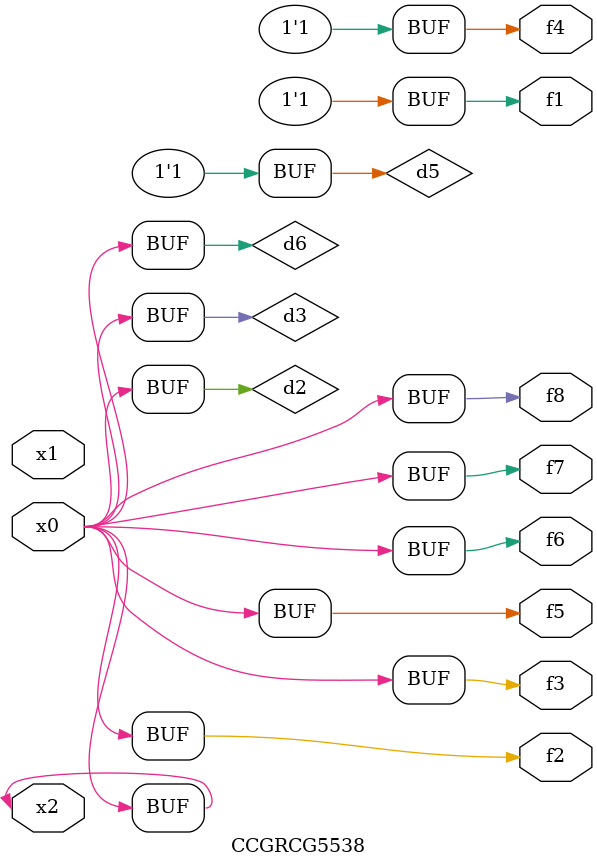
<source format=v>
module CCGRCG5538(
	input x0, x1, x2,
	output f1, f2, f3, f4, f5, f6, f7, f8
);

	wire d1, d2, d3, d4, d5, d6;

	xnor (d1, x2);
	buf (d2, x0, x2);
	and (d3, x0);
	xnor (d4, x1, x2);
	nand (d5, d1, d3);
	buf (d6, d2, d3);
	assign f1 = d5;
	assign f2 = d6;
	assign f3 = d6;
	assign f4 = d5;
	assign f5 = d6;
	assign f6 = d6;
	assign f7 = d6;
	assign f8 = d6;
endmodule

</source>
